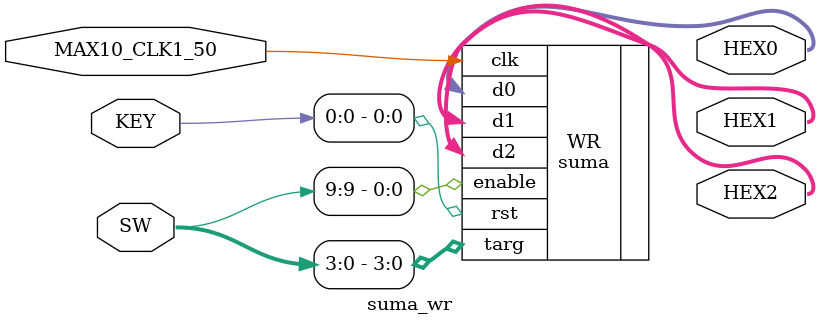
<source format=v>
module suma_wr (
	input MAX10_CLK1_50,
	input [1:0] KEY,
	input [9:0] SW,
	output [0:6] HEX0,HEX1,HEX2
);

	suma WR (
		.clk(MAX10_CLK1_50),
		.rst(KEY[0]),
		.enable(SW[9]),
		.targ(SW[3:0]),
		.d0(HEX0),
		.d1(HEX1),
		.d2(HEX2)
	);
	
endmodule
</source>
